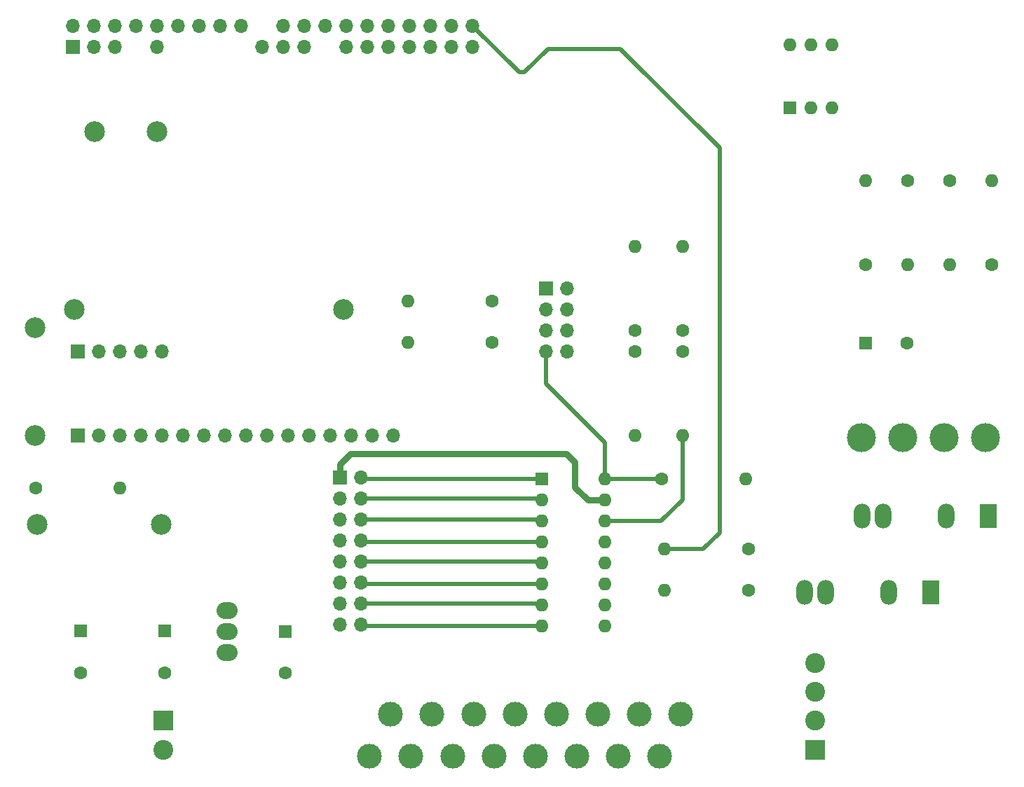
<source format=gbr>
G04 #@! TF.FileFunction,Copper,L1,Top,Signal*
%FSLAX46Y46*%
G04 Gerber Fmt 4.6, Leading zero omitted, Abs format (unit mm)*
G04 Created by KiCad (PCBNEW 4.0.7) date 05/28/18 16:01:47*
%MOMM*%
%LPD*%
G01*
G04 APERTURE LIST*
%ADD10C,0.100000*%
%ADD11R,1.600000X1.600000*%
%ADD12O,1.600000X1.600000*%
%ADD13C,2.400000*%
%ADD14R,2.400000X2.400000*%
%ADD15R,1.700000X1.700000*%
%ADD16O,1.700000X1.700000*%
%ADD17C,1.600000*%
%ADD18C,3.500000*%
%ADD19O,2.540000X2.032000*%
%ADD20R,2.000000X3.000000*%
%ADD21O,2.000000X3.000000*%
%ADD22C,2.500000*%
%ADD23C,3.000000*%
%ADD24C,0.600000*%
%ADD25C,0.500000*%
%ADD26C,0.750000*%
G04 APERTURE END LIST*
D10*
D11*
X157000000Y-107500000D03*
D12*
X164620000Y-125280000D03*
X157000000Y-110040000D03*
X164620000Y-122740000D03*
X157000000Y-112580000D03*
X164620000Y-120200000D03*
X157000000Y-115120000D03*
X164620000Y-117660000D03*
X157000000Y-117660000D03*
X164620000Y-115120000D03*
X157000000Y-120200000D03*
X164620000Y-112580000D03*
X157000000Y-122740000D03*
X164620000Y-110040000D03*
X157000000Y-125280000D03*
X164620000Y-107500000D03*
D13*
X190005000Y-133235000D03*
X190005000Y-129735000D03*
X190005000Y-136735000D03*
D14*
X190005000Y-140235000D03*
D15*
X100375000Y-55255000D03*
D16*
X100375000Y-52715000D03*
X102915000Y-55255000D03*
X102915000Y-52715000D03*
X105455000Y-55255000D03*
X105455000Y-52715000D03*
X107995000Y-52715000D03*
X110535000Y-55255000D03*
X110535000Y-52715000D03*
X113075000Y-52715000D03*
X115615000Y-52715000D03*
X118155000Y-52715000D03*
X120695000Y-52715000D03*
X123235000Y-55255000D03*
X125775000Y-55255000D03*
X125775000Y-52715000D03*
X128315000Y-55255000D03*
X128315000Y-52715000D03*
X130855000Y-52715000D03*
X133395000Y-55255000D03*
X133395000Y-52715000D03*
X135935000Y-55255000D03*
X135935000Y-52715000D03*
X138475000Y-55255000D03*
X138475000Y-52715000D03*
X141015000Y-55255000D03*
X141015000Y-52715000D03*
X143555000Y-55255000D03*
X143555000Y-52715000D03*
X146095000Y-55255000D03*
X146095000Y-52715000D03*
X148635000Y-55255000D03*
X148635000Y-52715000D03*
D11*
X101260000Y-125910000D03*
D17*
X101260000Y-130910000D03*
D11*
X111420000Y-125910000D03*
D17*
X111420000Y-130910000D03*
D11*
X126005000Y-125985000D03*
D17*
X126005000Y-130985000D03*
D18*
X195600000Y-102505000D03*
X200600000Y-102505000D03*
X205600000Y-102505000D03*
X210600000Y-102505000D03*
D15*
X132645000Y-107355000D03*
D16*
X135185000Y-107355000D03*
X132645000Y-109895000D03*
X135185000Y-109895000D03*
X132645000Y-112435000D03*
X135185000Y-112435000D03*
X132645000Y-114975000D03*
X135185000Y-114975000D03*
X132645000Y-117515000D03*
X135185000Y-117515000D03*
X132645000Y-120055000D03*
X135185000Y-120055000D03*
X132645000Y-122595000D03*
X135185000Y-122595000D03*
X132645000Y-125135000D03*
X135185000Y-125135000D03*
D15*
X100965000Y-102235000D03*
D16*
X103505000Y-102235000D03*
X106045000Y-102235000D03*
X108585000Y-102235000D03*
X111125000Y-102235000D03*
X113665000Y-102235000D03*
X116205000Y-102235000D03*
X118745000Y-102235000D03*
X121285000Y-102235000D03*
X123825000Y-102235000D03*
X126365000Y-102235000D03*
X128905000Y-102235000D03*
X131445000Y-102235000D03*
X133985000Y-102235000D03*
X136525000Y-102235000D03*
X139065000Y-102235000D03*
D15*
X100965000Y-92075000D03*
D16*
X103505000Y-92075000D03*
X106045000Y-92075000D03*
X108585000Y-92075000D03*
X111125000Y-92075000D03*
D17*
X171505000Y-107485000D03*
D12*
X181665000Y-107485000D03*
D17*
X196115000Y-81550000D03*
D12*
X196115000Y-71390000D03*
D17*
X201195000Y-71390000D03*
D12*
X201195000Y-81550000D03*
D17*
X211355000Y-81550000D03*
D12*
X211355000Y-71390000D03*
D17*
X206275000Y-71390000D03*
D12*
X206275000Y-81550000D03*
D17*
X95885000Y-108585000D03*
D12*
X106045000Y-108585000D03*
D17*
X151030000Y-91000000D03*
D12*
X140870000Y-91000000D03*
D17*
X151030000Y-86000000D03*
D12*
X140870000Y-86000000D03*
D17*
X168275000Y-89535000D03*
D12*
X168275000Y-79375000D03*
D17*
X173990000Y-89535000D03*
D12*
X173990000Y-79375000D03*
D17*
X168275000Y-92075000D03*
D12*
X168275000Y-102235000D03*
D17*
X173990000Y-92075000D03*
D12*
X173990000Y-102235000D03*
D17*
X182005000Y-115985000D03*
D12*
X171845000Y-115985000D03*
D19*
X119005000Y-125985000D03*
X119005000Y-123445000D03*
X119005000Y-128525000D03*
D20*
X210955000Y-111985000D03*
D21*
X205875000Y-111985000D03*
X198255000Y-111985000D03*
X195715000Y-111985000D03*
D11*
X187005000Y-62605000D03*
D12*
X192085000Y-54985000D03*
X189545000Y-62605000D03*
X189545000Y-54985000D03*
X192085000Y-62605000D03*
X187005000Y-54985000D03*
D11*
X196115000Y-91075000D03*
D17*
X201115000Y-91075000D03*
X182005000Y-120985000D03*
D12*
X171845000Y-120985000D03*
D20*
X203955000Y-121235000D03*
D21*
X198875000Y-121235000D03*
X191255000Y-121235000D03*
X188715000Y-121235000D03*
D13*
X111255000Y-140235000D03*
D14*
X111255000Y-136735000D03*
D15*
X157480000Y-84455000D03*
D16*
X160020000Y-84455000D03*
X157480000Y-86995000D03*
X160020000Y-86995000D03*
X157480000Y-89535000D03*
X160020000Y-89535000D03*
X157480000Y-92075000D03*
X160020000Y-92075000D03*
D22*
X96005000Y-112985000D03*
X103005000Y-65485000D03*
X110505000Y-65485000D03*
X133005000Y-86985000D03*
X100505000Y-86985000D03*
X111005000Y-112985000D03*
D23*
X138755000Y-135985000D03*
X136215000Y-140985000D03*
X143755000Y-135985000D03*
X141215000Y-140985000D03*
X148755000Y-135985000D03*
X146215000Y-140985000D03*
X153755000Y-135985000D03*
X151215000Y-140985000D03*
X158755000Y-135985000D03*
X156215000Y-140985000D03*
X163755000Y-135985000D03*
X161215000Y-140985000D03*
X168755000Y-135985000D03*
X166215000Y-140985000D03*
X173755000Y-135985000D03*
X171215000Y-140985000D03*
D22*
X95755000Y-102235000D03*
X95755000Y-89235000D03*
D24*
X111005000Y-112985000D03*
X96005000Y-112985000D03*
X103005000Y-65485000D03*
X110505000Y-65485000D03*
X135185000Y-107355000D03*
X157000000Y-107500000D03*
X164620000Y-107500000D03*
X132715000Y-86995000D03*
X100330000Y-86995000D03*
D25*
X168910000Y-112580000D02*
X171410000Y-112580000D01*
X171410000Y-112580000D02*
X173990000Y-110000000D01*
X168910000Y-112580000D02*
X164620000Y-112580000D01*
X173990000Y-102235000D02*
X173990000Y-110000000D01*
X135185000Y-107355000D02*
X135330000Y-107500000D01*
X135330000Y-107500000D02*
X157000000Y-107500000D01*
X135185000Y-109895000D02*
X156855000Y-109895000D01*
X156855000Y-109895000D02*
X157000000Y-110040000D01*
X156855000Y-109895000D02*
X157000000Y-110040000D01*
X135185000Y-112435000D02*
X156855000Y-112435000D01*
X156855000Y-112435000D02*
X157000000Y-112580000D01*
X157000000Y-115120000D02*
X135330000Y-115120000D01*
X135330000Y-115120000D02*
X135185000Y-114975000D01*
X135185000Y-117515000D02*
X156855000Y-117515000D01*
X156855000Y-117515000D02*
X157000000Y-117660000D01*
X157000000Y-120200000D02*
X135330000Y-120200000D01*
X135330000Y-120200000D02*
X135185000Y-120055000D01*
X135185000Y-122595000D02*
X156855000Y-122595000D01*
X156855000Y-122595000D02*
X157000000Y-122740000D01*
X157000000Y-125280000D02*
X135330000Y-125280000D01*
X135330000Y-125280000D02*
X135185000Y-125135000D01*
D26*
X163755000Y-110040000D02*
X164620000Y-110040000D01*
X162560000Y-110040000D02*
X163755000Y-110040000D01*
X161005000Y-108485000D02*
X162560000Y-110040000D01*
X161005000Y-105485000D02*
X161005000Y-108485000D01*
X160005000Y-104485000D02*
X161005000Y-105485000D01*
X133915000Y-104485000D02*
X160005000Y-104485000D01*
X132645000Y-107355000D02*
X132645000Y-105755000D01*
X132645000Y-105755000D02*
X133915000Y-104485000D01*
X133915000Y-104485000D02*
X134165000Y-104485000D01*
D25*
X134165000Y-104485000D02*
X160005000Y-104485000D01*
X164620000Y-103100000D02*
X164620000Y-107500000D01*
X171505000Y-107485000D02*
X164635000Y-107485000D01*
X164635000Y-107485000D02*
X164620000Y-107500000D01*
X157480000Y-95960000D02*
X164620000Y-103100000D01*
X157480000Y-92075000D02*
X157480000Y-95960000D01*
X148635000Y-52715000D02*
X154255000Y-58335000D01*
X154255000Y-58335000D02*
X154905000Y-58335000D01*
X178505000Y-67485000D02*
X178505000Y-113985000D01*
X154905000Y-58335000D02*
X157755000Y-55485000D01*
X157755000Y-55485000D02*
X166505000Y-55485000D01*
X166505000Y-55485000D02*
X178505000Y-67485000D01*
X178505000Y-113985000D02*
X176505000Y-115985000D01*
X176505000Y-115985000D02*
X171845000Y-115985000D01*
X148635000Y-52715000D02*
X149235000Y-52715000D01*
M02*

</source>
